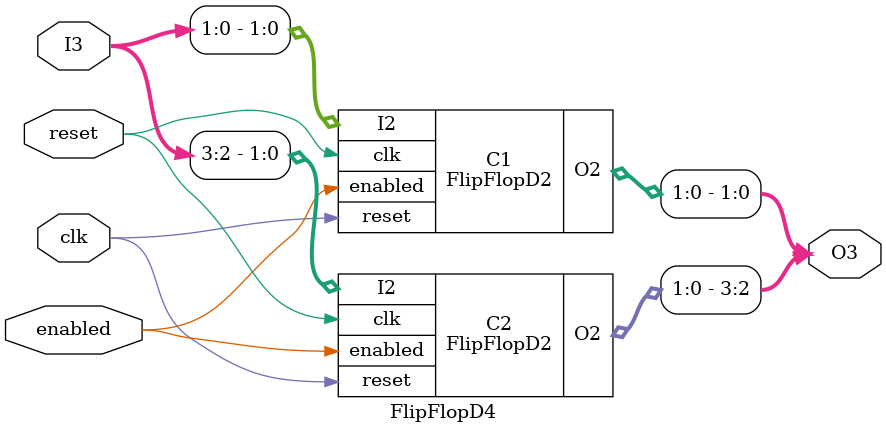
<source format=v>

module FlipFlopD1(
    input wire reset, clk, enabled, I1,
    output reg O1);

    always @ (posedge clk or posedge reset) begin
        if (reset) 
            O1 <= 1'b0;
        else if (enabled)
            O1 <= I1;
        end
endmodule

//FlipFlop Tipo D de dos bits.
module FlipFlopD2(
    input wire reset, clk, enabled,
    input wire [1:0]I2,
    output wire [1:0]O2);

    FlipFlopD1 B1(clk, reset, enabled, I2[0], O2[0]);
    FlipFlopD1 B2(clk, reset, enabled, I2[1], O2[1]);
endmodule

//FlipFlop Tipo D de cuatro bits.
module FlipFlopD4(
    input wire reset, clk, enabled,
    input wire [3:0]I3,
    output wire [3:0]O3);

    FlipFlopD2 C1(clk, reset, enabled, I3[1:0], O3[1:0]);
    FlipFlopD2 C2(clk, reset, enabled, I3[3:2], O3[3:2]);
endmodule


</source>
